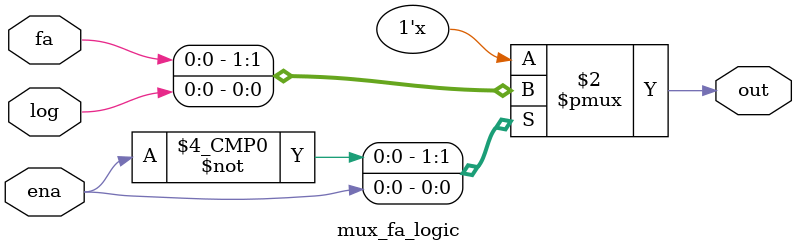
<source format=sv>
module mux_fa_logic (fa, log, ena, out);

	input fa, log, ena; //input
	output out; //output
	reg out; //variables
	
	always @ (fa or log or ena)
	begin: mux_fa_logic
		case(ena)
			1'b0: out = fa;
			1'b1: out = log;
		endcase
	end
endmodule
	
</source>
